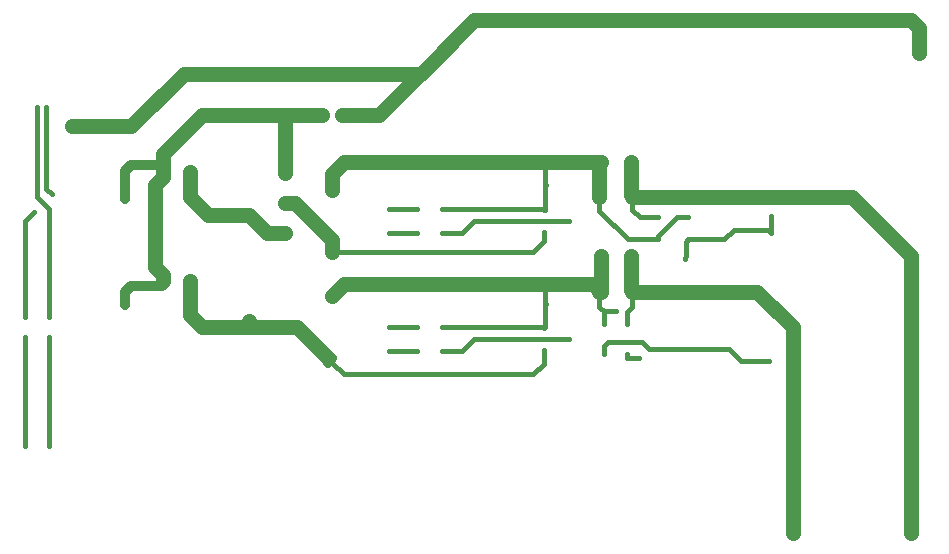
<source format=gbr>
G04 EAGLE Gerber RS-274X export*
G75*
%MOMM*%
%FSLAX34Y34*%
%LPD*%
%INTop Copper*%
%IPPOS*%
%AMOC8*
5,1,8,0,0,1.08239X$1,22.5*%
G01*
%ADD10C,1.270000*%
%ADD11C,0.812800*%
%ADD12C,0.406400*%


D10*
X331200Y585200D02*
X531700Y585200D01*
X331200Y585200D02*
X286700Y540700D01*
X236700Y540700D01*
D11*
X531200Y585200D02*
X531700Y585200D01*
D10*
X531200Y585200D02*
X496700Y550700D01*
X465200Y550700D01*
X953700Y602950D02*
X953700Y623700D01*
X946700Y630700D01*
X577200Y630700D01*
X531700Y585200D01*
X456700Y500700D02*
X456700Y486900D01*
X456700Y500700D02*
X466700Y510700D01*
X636700Y510700D01*
D12*
X636700Y490700D02*
X638200Y490700D01*
X636700Y490700D02*
X636700Y510700D01*
X636700Y470700D02*
X549700Y470700D01*
X636700Y470700D02*
X636700Y489200D01*
X638200Y490700D01*
X682950Y480230D02*
X682950Y469450D01*
X682950Y480230D02*
X682480Y480700D01*
X707450Y444950D02*
X732450Y444950D01*
X707450Y444950D02*
X682950Y469450D01*
X732450Y447700D02*
X732450Y444950D01*
X748700Y463950D02*
X758450Y463950D01*
X748700Y463950D02*
X732450Y447700D01*
D10*
X684000Y510700D02*
X636700Y510700D01*
X682480Y509180D02*
X682480Y480700D01*
X682480Y509180D02*
X684000Y510700D01*
D12*
X636700Y470200D02*
X635700Y470200D01*
X636700Y470200D02*
X636700Y470700D01*
X528700Y450700D02*
X505200Y450700D01*
X505200Y470700D02*
X528700Y470700D01*
X528700Y350700D02*
X505200Y350700D01*
X505200Y370700D02*
X528700Y370700D01*
D10*
X946700Y430700D02*
X946700Y196200D01*
X946700Y430700D02*
X896700Y480700D01*
X766700Y480700D02*
X749200Y480700D01*
X732950Y480700D01*
X710920Y480700D01*
X766700Y480700D02*
X896700Y480700D01*
D12*
X732450Y463950D02*
X717200Y463950D01*
X710920Y470230D02*
X710920Y480700D01*
X710920Y470230D02*
X717200Y463950D01*
D10*
X709400Y482220D02*
X709400Y510700D01*
X709400Y482220D02*
X710920Y480700D01*
D12*
X706200Y383950D02*
X706200Y373700D01*
X706200Y383950D02*
X710450Y388200D01*
X710450Y400230D01*
X710920Y400700D01*
D10*
X846700Y370700D02*
X846700Y196200D01*
X846700Y370700D02*
X816700Y400700D01*
X737950Y400700D01*
X726700Y400700D01*
X710920Y400700D01*
X709400Y402220D02*
X709400Y430700D01*
X709400Y402220D02*
X710920Y400700D01*
D12*
X687200Y354950D02*
X687200Y347700D01*
X687200Y354950D02*
X690450Y358200D01*
X746700Y352200D02*
X766700Y352200D01*
X792500Y352200D01*
X796700Y348000D01*
X719200Y358200D02*
X690450Y358200D01*
X725200Y352200D02*
X746700Y352200D01*
X725200Y352200D02*
X719200Y358200D01*
X802500Y342200D02*
X826700Y342200D01*
X802500Y342200D02*
X796700Y348000D01*
D10*
X448200Y550700D02*
X416700Y550700D01*
X416700Y501500D01*
X313700Y502200D02*
X313700Y509450D01*
X313700Y517700D01*
X346700Y550700D01*
X416700Y550700D01*
D11*
X313700Y409700D02*
X313700Y406450D01*
X312950Y405700D01*
X286700Y405700D01*
X281700Y400700D01*
X281700Y389200D01*
D10*
X313700Y497700D02*
X313700Y502200D01*
X313700Y497700D02*
X306700Y490700D01*
X306700Y421950D01*
X313700Y414950D02*
X313700Y409700D01*
X313700Y414950D02*
X306700Y421950D01*
D11*
X281700Y479200D02*
X281700Y503200D01*
X286700Y508200D01*
X312450Y508200D01*
X313700Y509450D01*
D12*
X456700Y434500D02*
X626700Y434500D01*
D10*
X425050Y476100D02*
X416700Y476100D01*
X425050Y476100D02*
X456700Y444450D01*
X456700Y434500D01*
D12*
X635700Y443500D02*
X635700Y451200D01*
X635700Y443500D02*
X626700Y434500D01*
D10*
X346700Y370700D02*
X336700Y380700D01*
D11*
X452900Y340700D02*
X456700Y344500D01*
D10*
X386700Y370700D02*
X346700Y370700D01*
X386700Y370700D02*
X426700Y370700D01*
D11*
X452900Y344500D02*
X456700Y344500D01*
D10*
X452900Y344500D02*
X426700Y370700D01*
D12*
X466700Y330700D02*
X626700Y330700D01*
X466700Y330700D02*
X456700Y340700D01*
X456700Y344500D01*
D10*
X386700Y370700D02*
X386700Y375700D01*
X336700Y380700D02*
X336700Y409700D01*
D12*
X635700Y351200D02*
X635700Y339700D01*
X626700Y330700D01*
X758450Y444950D02*
X788250Y444950D01*
X796700Y453400D01*
X755200Y429200D02*
X755200Y428200D01*
X755200Y429200D02*
X756700Y430700D01*
X756700Y443200D01*
X758450Y444950D01*
X796700Y453400D02*
X825500Y453400D01*
X828200Y450700D01*
X828200Y464450D01*
X196700Y460700D02*
X196700Y379200D01*
X196700Y460700D02*
X204200Y468200D01*
X214700Y487700D02*
X214700Y557200D01*
X214700Y487700D02*
X219200Y483200D01*
X216700Y470700D02*
X216700Y379200D01*
X216700Y470700D02*
X206700Y480700D01*
X206700Y557200D01*
X216700Y362200D02*
X216700Y270300D01*
X196700Y270300D02*
X196700Y362200D01*
X549700Y370700D02*
X636700Y370700D01*
X636700Y389200D01*
X638200Y390700D01*
D10*
X636700Y406900D02*
X677800Y406900D01*
D12*
X638200Y390700D02*
X636700Y390700D01*
X636700Y406900D01*
D10*
X466700Y406900D01*
X456700Y396900D01*
X677800Y406900D02*
X684000Y400700D01*
X682480Y400700D01*
D12*
X682950Y388200D02*
X686700Y384450D01*
X682950Y388200D02*
X682950Y400230D01*
X682480Y400700D01*
X687200Y383950D02*
X687200Y373700D01*
X687200Y383950D02*
X686700Y384450D01*
X696700Y384450D01*
X706200Y347700D02*
X706200Y344950D01*
X706700Y344450D01*
X716700Y344450D01*
D10*
X684000Y402220D02*
X684000Y430700D01*
X684000Y402220D02*
X682480Y400700D01*
D12*
X636200Y370200D02*
X635700Y370200D01*
X636200Y370200D02*
X636700Y370700D01*
D10*
X336700Y480700D02*
X336700Y502200D01*
X336700Y480700D02*
X351700Y465700D01*
X386700Y465700D01*
X401700Y450700D02*
X416700Y450700D01*
X401700Y450700D02*
X386700Y465700D01*
D12*
X576700Y460700D02*
X657700Y460700D01*
X576700Y460700D02*
X566700Y450700D01*
X549700Y450700D01*
X576700Y360700D02*
X657700Y360700D01*
X576700Y360700D02*
X566700Y350700D01*
X549700Y350700D01*
M02*

</source>
